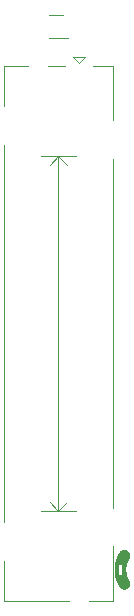
<source format=gbr>
%TF.GenerationSoftware,KiCad,Pcbnew,(5.1.10)-1*%
%TF.CreationDate,2021-07-16T11:56:50-07:00*%
%TF.ProjectId,slider,736c6964-6572-42e6-9b69-6361645f7063,rev?*%
%TF.SameCoordinates,Original*%
%TF.FileFunction,Legend,Top*%
%TF.FilePolarity,Positive*%
%FSLAX46Y46*%
G04 Gerber Fmt 4.6, Leading zero omitted, Abs format (unit mm)*
G04 Created by KiCad (PCBNEW (5.1.10)-1) date 2021-07-16 11:56:50*
%MOMM*%
%LPD*%
G01*
G04 APERTURE LIST*
%ADD10C,0.100000*%
%ADD11C,0.120000*%
G04 APERTURE END LIST*
D10*
%TO.C,MH1*%
G36*
X104747217Y-119999684D02*
G01*
X105097205Y-120304127D01*
X105097364Y-120286630D01*
X105097487Y-120269131D01*
X105097576Y-120251630D01*
X105097635Y-120234126D01*
X105097665Y-120216620D01*
X105097669Y-120199113D01*
X105097652Y-120181604D01*
X105097615Y-120164094D01*
X105097561Y-120146583D01*
X105097494Y-120129071D01*
X105097416Y-120111558D01*
X105097329Y-120094044D01*
X105097238Y-120076530D01*
X105097144Y-120059016D01*
X105097051Y-120041502D01*
X105096962Y-120023988D01*
X105096879Y-120006475D01*
X105096805Y-119988962D01*
X105096743Y-119971450D01*
X105096696Y-119953940D01*
X105096668Y-119936430D01*
X105096659Y-119918922D01*
X105096675Y-119901415D01*
X105096717Y-119883910D01*
X105096788Y-119866407D01*
X105096892Y-119848907D01*
X105097030Y-119831409D01*
X105097207Y-119813913D01*
X105097424Y-119796420D01*
X105097685Y-119778930D01*
X105097993Y-119761444D01*
X105098350Y-119743960D01*
X105098760Y-119726481D01*
X105099225Y-119709005D01*
X105099748Y-119691533D01*
X105100331Y-119674065D01*
X105103492Y-119659636D01*
X105108151Y-119645969D01*
X105114196Y-119633101D01*
X105121518Y-119621070D01*
X105130005Y-119609915D01*
X105139546Y-119599672D01*
X105150031Y-119590380D01*
X105161347Y-119582076D01*
X105173384Y-119574799D01*
X105186031Y-119568585D01*
X105199177Y-119563473D01*
X105212712Y-119559501D01*
X105226523Y-119556706D01*
X105240500Y-119555127D01*
X105254532Y-119554800D01*
X105268508Y-119555764D01*
X105282317Y-119558057D01*
X105295848Y-119561716D01*
X105308990Y-119566780D01*
X105321632Y-119573285D01*
X105333663Y-119581270D01*
X105344971Y-119590772D01*
X105357513Y-119602461D01*
X105367980Y-119614996D01*
X105376551Y-119628298D01*
X105383402Y-119642284D01*
X105388713Y-119656873D01*
X105392662Y-119671983D01*
X105395428Y-119687532D01*
X105397188Y-119703438D01*
X105398121Y-119719620D01*
X105398405Y-119735997D01*
X105398218Y-119752486D01*
X105397740Y-119769006D01*
X105397147Y-119785475D01*
X105396619Y-119801811D01*
X105396333Y-119817934D01*
X105396469Y-119833760D01*
X105397204Y-119849209D01*
X105397013Y-119866525D01*
X105396879Y-119883844D01*
X105396797Y-119901167D01*
X105396759Y-119918493D01*
X105396761Y-119935821D01*
X105396797Y-119953152D01*
X105396860Y-119970484D01*
X105396945Y-119987818D01*
X105397046Y-120005154D01*
X105397157Y-120022489D01*
X105397273Y-120039826D01*
X105397386Y-120057162D01*
X105397493Y-120074497D01*
X105397587Y-120091832D01*
X105397661Y-120109165D01*
X105397710Y-120126497D01*
X105397729Y-120143827D01*
X105397711Y-120161154D01*
X105397651Y-120178479D01*
X105397543Y-120195800D01*
X105397381Y-120213117D01*
X105397158Y-120230431D01*
X105396870Y-120247740D01*
X105396510Y-120265045D01*
X105396073Y-120282344D01*
X105395553Y-120299638D01*
X105394944Y-120316926D01*
X105394239Y-120334207D01*
X105391156Y-120348653D01*
X105386571Y-120362345D01*
X105380595Y-120375245D01*
X105373338Y-120387315D01*
X105364911Y-120398516D01*
X105355426Y-120408811D01*
X105344992Y-120418159D01*
X105333720Y-120426524D01*
X105321723Y-120433866D01*
X105309109Y-120440148D01*
X105295991Y-120445330D01*
X105282478Y-120449375D01*
X105268682Y-120452244D01*
X105254714Y-120453899D01*
X105240683Y-120454302D01*
X105226702Y-120453413D01*
X105212881Y-120451195D01*
X105199331Y-120447608D01*
X105186162Y-120442616D01*
X105173485Y-120436179D01*
X105161411Y-120428259D01*
X105150052Y-120418818D01*
X105138193Y-120407620D01*
X105127679Y-120395188D01*
X105118588Y-120381689D01*
X105110998Y-120367293D01*
X105104986Y-120352170D01*
X105100631Y-120336488D01*
X105098012Y-120320418D01*
X105097205Y-120304127D01*
X104747217Y-119999684D01*
X104747294Y-120016963D01*
X104747478Y-120034244D01*
X104747770Y-120051525D01*
X104748169Y-120068807D01*
X104748676Y-120086089D01*
X104749290Y-120103370D01*
X104750012Y-120120648D01*
X104750841Y-120137924D01*
X104751777Y-120155196D01*
X104752821Y-120172464D01*
X104753972Y-120189727D01*
X104755229Y-120206985D01*
X104756594Y-120224236D01*
X104758066Y-120241480D01*
X104759645Y-120258716D01*
X104761331Y-120275943D01*
X104763123Y-120293161D01*
X104765023Y-120310369D01*
X104767029Y-120327566D01*
X104769141Y-120344751D01*
X104771360Y-120361923D01*
X104773686Y-120379083D01*
X104776118Y-120396229D01*
X104778657Y-120413360D01*
X104781302Y-120430475D01*
X104784053Y-120447575D01*
X104786910Y-120464657D01*
X104789874Y-120481722D01*
X104792943Y-120498769D01*
X104796119Y-120515796D01*
X104799401Y-120532804D01*
X104802788Y-120549791D01*
X104806281Y-120566756D01*
X104809881Y-120583700D01*
X104813586Y-120600621D01*
X104817396Y-120617518D01*
X104821312Y-120634390D01*
X104825334Y-120651238D01*
X104829461Y-120668059D01*
X104833694Y-120684854D01*
X104838032Y-120701622D01*
X104842476Y-120718362D01*
X104847024Y-120735073D01*
X104851678Y-120751754D01*
X104856437Y-120768405D01*
X104861301Y-120785025D01*
X104866270Y-120801613D01*
X104871344Y-120818168D01*
X104876523Y-120834690D01*
X104881807Y-120851178D01*
X104887196Y-120867632D01*
X104892689Y-120884049D01*
X104898287Y-120900431D01*
X104903989Y-120916775D01*
X104909796Y-120933082D01*
X104915708Y-120949350D01*
X104921724Y-120965578D01*
X104927844Y-120981767D01*
X104934069Y-120997915D01*
X104940398Y-121014021D01*
X104946831Y-121030085D01*
X104953368Y-121046106D01*
X104960009Y-121062084D01*
X104966755Y-121078016D01*
X104973604Y-121093904D01*
X104980557Y-121109745D01*
X104987614Y-121125540D01*
X104994775Y-121141287D01*
X105002039Y-121156986D01*
X105009407Y-121172636D01*
X105016879Y-121188236D01*
X105024454Y-121203786D01*
X105032133Y-121219285D01*
X105039915Y-121234731D01*
X105047800Y-121250125D01*
X105055789Y-121265465D01*
X105063880Y-121280751D01*
X105072075Y-121295982D01*
X105080374Y-121311158D01*
X105088775Y-121326277D01*
X105097279Y-121341338D01*
X105105886Y-121356342D01*
X105114596Y-121371287D01*
X105123409Y-121386173D01*
X105132325Y-121400998D01*
X105141343Y-121415763D01*
X105150464Y-121430465D01*
X105159687Y-121445106D01*
X105169013Y-121459683D01*
X105178441Y-121474196D01*
X105187972Y-121488644D01*
X105197605Y-121503028D01*
X105207589Y-121515564D01*
X105217982Y-121527683D01*
X105228769Y-121539385D01*
X105239936Y-121550666D01*
X105251467Y-121561523D01*
X105263347Y-121571955D01*
X105275561Y-121581960D01*
X105288095Y-121591535D01*
X105300933Y-121600677D01*
X105314060Y-121609385D01*
X105327461Y-121617657D01*
X105341121Y-121625489D01*
X105355026Y-121632879D01*
X105369159Y-121639826D01*
X105383507Y-121646327D01*
X105398054Y-121652380D01*
X105412785Y-121657982D01*
X105427685Y-121663131D01*
X105442739Y-121667826D01*
X105457932Y-121672062D01*
X105473250Y-121675839D01*
X105488676Y-121679154D01*
X105504196Y-121682004D01*
X105519795Y-121684388D01*
X105535458Y-121686303D01*
X105551171Y-121687747D01*
X105566917Y-121688717D01*
X105582682Y-121689211D01*
X105598451Y-121689228D01*
X105614209Y-121688763D01*
X105629940Y-121687817D01*
X105645631Y-121686385D01*
X105661266Y-121684466D01*
X105676829Y-121682057D01*
X105692306Y-121679156D01*
X105707682Y-121675762D01*
X105722942Y-121671870D01*
X105738071Y-121667480D01*
X105753053Y-121662589D01*
X105767874Y-121657195D01*
X105782519Y-121651295D01*
X105796973Y-121644887D01*
X105811220Y-121637968D01*
X105825246Y-121630538D01*
X105839036Y-121622592D01*
X105852574Y-121614129D01*
X105865846Y-121605147D01*
X105879195Y-121596279D01*
X105892164Y-121586968D01*
X105904751Y-121577227D01*
X105916950Y-121567073D01*
X105928760Y-121556519D01*
X105940176Y-121545581D01*
X105951194Y-121534273D01*
X105961812Y-121522609D01*
X105972025Y-121510606D01*
X105981831Y-121498277D01*
X105991224Y-121485637D01*
X106000203Y-121472702D01*
X106008763Y-121459485D01*
X106016900Y-121446001D01*
X106024612Y-121432266D01*
X106031894Y-121418294D01*
X106038743Y-121404100D01*
X106045155Y-121389698D01*
X106051127Y-121375104D01*
X106056655Y-121360331D01*
X106061736Y-121345396D01*
X106066366Y-121330312D01*
X106070542Y-121315095D01*
X106074259Y-121299759D01*
X106077515Y-121284318D01*
X106080305Y-121268789D01*
X106082627Y-121253184D01*
X106084476Y-121237520D01*
X106085849Y-121221811D01*
X106086742Y-121206072D01*
X106087153Y-121190317D01*
X106087076Y-121174561D01*
X106086510Y-121158820D01*
X106085449Y-121143107D01*
X106083891Y-121127437D01*
X106081832Y-121111826D01*
X106079268Y-121096288D01*
X106076196Y-121080838D01*
X106072613Y-121065490D01*
X106068514Y-121050260D01*
X106063896Y-121035161D01*
X106058755Y-121020210D01*
X106053089Y-121005420D01*
X106046892Y-120990807D01*
X106040163Y-120976384D01*
X106032897Y-120962168D01*
X106025090Y-120948172D01*
X106015990Y-120934001D01*
X106007038Y-120919743D01*
X105998236Y-120905398D01*
X105989582Y-120890968D01*
X105981078Y-120876455D01*
X105972723Y-120861861D01*
X105964518Y-120847186D01*
X105956462Y-120832433D01*
X105948557Y-120817603D01*
X105940801Y-120802696D01*
X105933195Y-120787716D01*
X105925740Y-120772663D01*
X105918435Y-120757539D01*
X105911281Y-120742345D01*
X105904278Y-120727082D01*
X105897426Y-120711754D01*
X105890724Y-120696359D01*
X105884174Y-120680902D01*
X105877776Y-120665381D01*
X105871528Y-120649801D01*
X105865433Y-120634161D01*
X105859490Y-120618463D01*
X105853698Y-120602709D01*
X105848059Y-120586900D01*
X105842572Y-120571038D01*
X105837237Y-120555125D01*
X105832056Y-120539161D01*
X105827027Y-120523148D01*
X105822151Y-120507088D01*
X105817428Y-120490983D01*
X105812858Y-120474833D01*
X105808442Y-120458640D01*
X105804180Y-120442407D01*
X105800071Y-120426133D01*
X105796116Y-120409821D01*
X105792315Y-120393473D01*
X105788668Y-120377089D01*
X105785176Y-120360671D01*
X105781838Y-120344221D01*
X105778655Y-120327741D01*
X105775627Y-120311231D01*
X105772754Y-120294693D01*
X105770036Y-120278129D01*
X105767473Y-120261540D01*
X105765065Y-120244928D01*
X105762814Y-120228294D01*
X105760718Y-120211640D01*
X105758778Y-120194968D01*
X105756994Y-120178277D01*
X105755366Y-120161571D01*
X105753895Y-120144851D01*
X105752580Y-120128118D01*
X105751422Y-120111374D01*
X105750421Y-120094620D01*
X105749577Y-120077857D01*
X105748890Y-120061088D01*
X105748360Y-120044314D01*
X105747988Y-120027535D01*
X105747773Y-120010755D01*
X105747716Y-119993973D01*
X105747818Y-119977193D01*
X105748077Y-119960414D01*
X105748495Y-119943639D01*
X105749071Y-119926870D01*
X105749805Y-119910106D01*
X105750698Y-119893352D01*
X105751751Y-119876606D01*
X105752962Y-119859872D01*
X105754332Y-119843151D01*
X105755862Y-119826444D01*
X105757551Y-119809752D01*
X105759400Y-119793078D01*
X105761409Y-119776422D01*
X105763578Y-119759787D01*
X105765907Y-119743173D01*
X105768396Y-119726582D01*
X105771046Y-119710016D01*
X105773856Y-119693476D01*
X105776827Y-119676964D01*
X105779959Y-119660481D01*
X105783252Y-119644028D01*
X105786706Y-119627608D01*
X105790322Y-119611221D01*
X105794099Y-119594870D01*
X105798037Y-119578555D01*
X105802138Y-119562278D01*
X105806401Y-119546041D01*
X105810826Y-119529845D01*
X105815413Y-119513691D01*
X105820162Y-119497582D01*
X105825075Y-119481518D01*
X105830150Y-119465502D01*
X105835388Y-119449534D01*
X105840789Y-119433616D01*
X105846353Y-119417749D01*
X105852081Y-119401936D01*
X105857972Y-119386178D01*
X105864027Y-119370475D01*
X105870246Y-119354830D01*
X105876629Y-119339245D01*
X105883176Y-119323720D01*
X105889887Y-119308256D01*
X105895789Y-119293127D01*
X105902105Y-119278141D01*
X105908796Y-119263284D01*
X105915821Y-119248543D01*
X105923137Y-119233902D01*
X105930704Y-119219350D01*
X105938482Y-119204870D01*
X105946428Y-119190450D01*
X105954502Y-119176076D01*
X105962663Y-119161733D01*
X105970870Y-119147407D01*
X105979082Y-119133085D01*
X105987257Y-119118753D01*
X105995355Y-119104396D01*
X106003335Y-119090001D01*
X106011155Y-119075554D01*
X106018774Y-119061040D01*
X106026152Y-119046446D01*
X106033247Y-119031758D01*
X106040019Y-119016962D01*
X106046425Y-119002043D01*
X106052427Y-118986989D01*
X106057981Y-118971784D01*
X106063047Y-118956416D01*
X106067584Y-118940869D01*
X106071551Y-118925130D01*
X106074908Y-118909186D01*
X106077612Y-118893021D01*
X106079623Y-118876623D01*
X106080899Y-118859977D01*
X106081401Y-118843068D01*
X106082223Y-118827064D01*
X106082463Y-118811100D01*
X106082131Y-118795188D01*
X106081236Y-118779340D01*
X106079787Y-118763568D01*
X106077796Y-118747884D01*
X106075270Y-118732298D01*
X106072221Y-118716823D01*
X106068658Y-118701471D01*
X106064590Y-118686252D01*
X106060027Y-118671179D01*
X106054980Y-118656264D01*
X106049457Y-118641517D01*
X106043468Y-118626952D01*
X106037024Y-118612578D01*
X106030134Y-118598409D01*
X106022807Y-118584455D01*
X106015054Y-118570728D01*
X106006883Y-118557241D01*
X105998306Y-118544004D01*
X105989331Y-118531029D01*
X105979969Y-118518329D01*
X105970228Y-118505914D01*
X105960120Y-118493796D01*
X105949652Y-118481988D01*
X105938836Y-118470500D01*
X105927681Y-118459344D01*
X105916197Y-118448532D01*
X105904393Y-118438076D01*
X105892279Y-118427987D01*
X105879865Y-118418277D01*
X105867161Y-118408958D01*
X105854176Y-118400041D01*
X105840920Y-118391538D01*
X105827402Y-118383460D01*
X105813634Y-118375820D01*
X105799623Y-118368629D01*
X105785381Y-118361898D01*
X105770916Y-118355639D01*
X105756239Y-118349865D01*
X105741359Y-118344586D01*
X105726285Y-118339814D01*
X105711029Y-118335561D01*
X105695598Y-118331839D01*
X105680004Y-118328659D01*
X105664256Y-118326033D01*
X105648363Y-118323972D01*
X105632101Y-118321811D01*
X105615832Y-118320248D01*
X105599567Y-118319277D01*
X105583319Y-118318888D01*
X105567103Y-118319072D01*
X105550930Y-118319822D01*
X105534815Y-118321127D01*
X105518769Y-118322980D01*
X105502807Y-118325372D01*
X105486941Y-118328294D01*
X105471185Y-118331738D01*
X105455551Y-118335694D01*
X105440052Y-118340155D01*
X105424703Y-118345111D01*
X105409515Y-118350555D01*
X105394502Y-118356476D01*
X105379678Y-118362867D01*
X105365054Y-118369719D01*
X105350645Y-118377023D01*
X105336464Y-118384771D01*
X105322522Y-118392954D01*
X105308835Y-118401563D01*
X105295414Y-118410589D01*
X105282273Y-118420025D01*
X105269424Y-118429861D01*
X105256882Y-118440088D01*
X105244659Y-118450699D01*
X105232768Y-118461683D01*
X105221223Y-118473034D01*
X105210036Y-118484741D01*
X105199220Y-118496796D01*
X105188789Y-118509192D01*
X105178756Y-118521918D01*
X105169134Y-118534966D01*
X105159936Y-118548328D01*
X105151175Y-118561995D01*
X105142864Y-118575959D01*
X105135016Y-118590210D01*
X105127645Y-118604740D01*
X105118831Y-118619773D01*
X105110116Y-118634862D01*
X105101500Y-118650006D01*
X105092982Y-118665205D01*
X105084563Y-118680459D01*
X105076242Y-118695765D01*
X105068022Y-118711125D01*
X105059900Y-118726536D01*
X105051878Y-118741999D01*
X105043956Y-118757513D01*
X105036133Y-118773077D01*
X105028411Y-118788690D01*
X105020789Y-118804352D01*
X105013267Y-118820062D01*
X105005847Y-118835820D01*
X104998526Y-118851624D01*
X104991307Y-118867475D01*
X104984190Y-118883371D01*
X104977173Y-118899312D01*
X104970258Y-118915296D01*
X104963445Y-118931325D01*
X104956734Y-118947396D01*
X104950124Y-118963509D01*
X104943617Y-118979664D01*
X104937213Y-118995859D01*
X104930911Y-119012095D01*
X104924712Y-119028370D01*
X104918616Y-119044684D01*
X104912623Y-119061036D01*
X104906733Y-119077425D01*
X104900948Y-119093852D01*
X104895265Y-119110314D01*
X104889687Y-119126812D01*
X104884213Y-119143345D01*
X104878843Y-119159912D01*
X104873577Y-119176512D01*
X104868416Y-119193145D01*
X104863360Y-119209810D01*
X104858409Y-119226507D01*
X104853563Y-119243235D01*
X104848823Y-119259993D01*
X104844188Y-119276780D01*
X104839658Y-119293596D01*
X104835235Y-119310441D01*
X104830918Y-119327313D01*
X104826706Y-119344211D01*
X104822602Y-119361136D01*
X104818604Y-119378086D01*
X104814713Y-119395062D01*
X104810928Y-119412061D01*
X104807251Y-119429084D01*
X104803682Y-119446130D01*
X104800220Y-119463198D01*
X104796865Y-119480287D01*
X104793619Y-119497398D01*
X104790480Y-119514528D01*
X104787450Y-119531678D01*
X104784528Y-119548847D01*
X104781715Y-119566034D01*
X104779011Y-119583239D01*
X104776415Y-119600460D01*
X104773929Y-119617698D01*
X104771552Y-119634951D01*
X104769285Y-119652220D01*
X104767127Y-119669502D01*
X104765079Y-119686798D01*
X104763142Y-119704107D01*
X104761314Y-119721428D01*
X104759597Y-119738760D01*
X104757991Y-119756104D01*
X104756495Y-119773458D01*
X104755111Y-119790821D01*
X104753837Y-119808193D01*
X104752675Y-119825573D01*
X104751625Y-119842961D01*
X104750686Y-119860356D01*
X104749859Y-119877757D01*
X104749144Y-119895164D01*
X104748541Y-119912575D01*
X104748051Y-119929991D01*
X104747673Y-119947411D01*
X104747408Y-119964833D01*
X104747256Y-119982258D01*
X104747217Y-119999684D01*
G37*
D11*
%TO.C,RV1*%
X100000000Y-115000000D02*
X99250000Y-114250000D01*
X100750000Y-114250000D02*
X100000000Y-115000000D01*
X101500000Y-115000000D02*
X98500000Y-115000000D01*
X100000000Y-85000000D02*
X99250000Y-85750000D01*
X100750000Y-85750000D02*
X100000000Y-85000000D01*
X101500000Y-85000000D02*
X98500000Y-85000000D01*
X100000000Y-85000000D02*
X100000000Y-115000000D01*
X101250000Y-76575000D02*
X101750000Y-77075000D01*
X102250000Y-76575000D02*
X101250000Y-76575000D01*
X101750000Y-77075000D02*
X102250000Y-76575000D01*
X100927000Y-122620000D02*
X95380000Y-122620000D01*
X104620000Y-122620000D02*
X102573000Y-122620000D01*
X97427000Y-77380000D02*
X95380000Y-77380000D01*
X100575000Y-77380000D02*
X99072000Y-77380000D01*
X104620000Y-77380000D02*
X102925000Y-77380000D01*
X95380000Y-119236000D02*
X95380000Y-122620000D01*
X95380000Y-84036000D02*
X95380000Y-115965000D01*
X95380000Y-77380000D02*
X95380000Y-80765000D01*
X104620000Y-118036000D02*
X104620000Y-122620000D01*
X104620000Y-85236000D02*
X104620000Y-114765000D01*
X104620000Y-77380000D02*
X104620000Y-81965000D01*
%TO.C,D4*%
X100350000Y-73050000D02*
X99200000Y-73050000D01*
X100800000Y-74950000D02*
X99200000Y-74950000D01*
%TD*%
M02*

</source>
